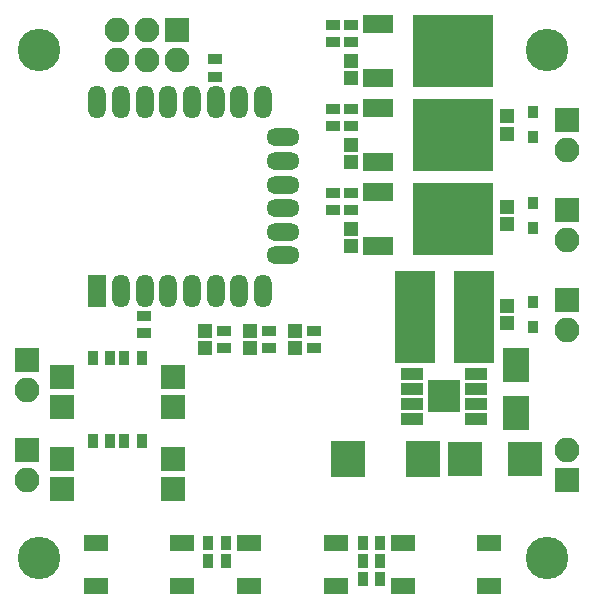
<source format=gts>
G04 #@! TF.GenerationSoftware,KiCad,Pcbnew,5.0.0-rc3-unknown-eaf938c~65~ubuntu16.04.1*
G04 #@! TF.CreationDate,2018-07-22T11:01:41+02:00*
G04 #@! TF.ProjectId,reservoir_controller,7265736572766F69725F636F6E74726F,rev?*
G04 #@! TF.SameCoordinates,Original*
G04 #@! TF.FileFunction,Soldermask,Top*
G04 #@! TF.FilePolarity,Negative*
%FSLAX46Y46*%
G04 Gerber Fmt 4.6, Leading zero omitted, Abs format (unit mm)*
G04 Created by KiCad (PCBNEW 5.0.0-rc3-unknown-eaf938c~65~ubuntu16.04.1) date Sun Jul 22 11:01:41 2018*
%MOMM*%
%LPD*%
G01*
G04 APERTURE LIST*
%ADD10O,2.100000X2.100000*%
%ADD11R,2.100000X2.100000*%
%ADD12C,3.600000*%
%ADD13R,3.400000X7.900000*%
%ADD14R,1.575000X1.575000*%
%ADD15R,1.950000X1.000000*%
%ADD16R,1.197560X1.197560*%
%ADD17R,2.100000X1.400000*%
%ADD18R,2.950000X2.900000*%
%ADD19R,2.950000X3.100000*%
%ADD20R,2.200000X2.900000*%
%ADD21R,1.300000X0.900000*%
%ADD22R,0.900000X1.300000*%
%ADD23R,0.850000X1.000000*%
%ADD24R,1.150000X1.200000*%
%ADD25O,2.800000X1.500000*%
%ADD26R,1.500000X2.800000*%
%ADD27O,1.500000X2.800000*%
%ADD28R,2.080000X2.110000*%
%ADD29R,2.600000X1.600000*%
%ADD30R,6.800000X6.200000*%
G04 APERTURE END LIST*
D10*
G04 #@! TO.C,J1*
X10096500Y-4318000D03*
X10096500Y-1778000D03*
X12636500Y-4318000D03*
X12636500Y-1778000D03*
X15176500Y-4318000D03*
D11*
X15176500Y-1778000D03*
G04 #@! TD*
D12*
G04 #@! TO.C,M3*
X46518000Y-3444000D03*
G04 #@! TD*
G04 #@! TO.C,M1*
X3518000Y-46444000D03*
G04 #@! TD*
G04 #@! TO.C,M2*
X46518000Y-46444000D03*
G04 #@! TD*
G04 #@! TO.C,M4*
X3518000Y-3444000D03*
G04 #@! TD*
D13*
G04 #@! TO.C,L1*
X40346000Y-26035000D03*
X35346000Y-26035000D03*
G04 #@! TD*
D14*
G04 #@! TO.C,U4*
X37258500Y-32178500D03*
X37258500Y-33353500D03*
X38433500Y-32178500D03*
X38433500Y-33353500D03*
D15*
X40546000Y-30861000D03*
X40546000Y-32131000D03*
X40546000Y-33401000D03*
X40546000Y-34671000D03*
X35146000Y-34671000D03*
X35146000Y-33401000D03*
X35146000Y-32131000D03*
X35146000Y-30861000D03*
G04 #@! TD*
D16*
G04 #@! TO.C,D3*
X25209500Y-27190700D03*
X25209500Y-28689300D03*
G04 #@! TD*
G04 #@! TO.C,D1*
X29972000Y-18554700D03*
X29972000Y-20053300D03*
G04 #@! TD*
G04 #@! TO.C,D4*
X29972000Y-11442700D03*
X29972000Y-12941300D03*
G04 #@! TD*
G04 #@! TO.C,D6*
X29972000Y-4330700D03*
X29972000Y-5829300D03*
G04 #@! TD*
G04 #@! TO.C,D8*
X17589500Y-27190700D03*
X17589500Y-28689300D03*
G04 #@! TD*
G04 #@! TO.C,D9*
X21399500Y-27190700D03*
X21399500Y-28689300D03*
G04 #@! TD*
D17*
G04 #@! TO.C,SW3*
X34350000Y-45140000D03*
X41650000Y-45140000D03*
X34350000Y-48840000D03*
X41650000Y-48840000D03*
G04 #@! TD*
G04 #@! TO.C,SW1*
X8350000Y-45140000D03*
X15650000Y-45140000D03*
X8350000Y-48840000D03*
X15650000Y-48840000D03*
G04 #@! TD*
G04 #@! TO.C,SW2*
X28650000Y-48840000D03*
X21350000Y-48840000D03*
X28650000Y-45140000D03*
X21350000Y-45140000D03*
G04 #@! TD*
D18*
G04 #@! TO.C,C4*
X39639000Y-38100000D03*
X44689000Y-38100000D03*
G04 #@! TD*
D19*
G04 #@! TO.C,C5*
X36068000Y-38100000D03*
X29718000Y-38100000D03*
G04 #@! TD*
D20*
G04 #@! TO.C,D10*
X43942000Y-34131000D03*
X43942000Y-30131000D03*
G04 #@! TD*
D21*
G04 #@! TO.C,R1*
X12446000Y-27420000D03*
X12446000Y-25920000D03*
G04 #@! TD*
G04 #@! TO.C,R2*
X18415000Y-5703000D03*
X18415000Y-4203000D03*
G04 #@! TD*
G04 #@! TO.C,R3*
X28448000Y-15506000D03*
X28448000Y-17006000D03*
G04 #@! TD*
G04 #@! TO.C,R4*
X29972000Y-17006000D03*
X29972000Y-15506000D03*
G04 #@! TD*
D22*
G04 #@! TO.C,R5*
X32436500Y-45148500D03*
X30936500Y-45148500D03*
G04 #@! TD*
G04 #@! TO.C,R6*
X30936500Y-48196500D03*
X32436500Y-48196500D03*
G04 #@! TD*
G04 #@! TO.C,R7*
X17855500Y-46672500D03*
X19355500Y-46672500D03*
G04 #@! TD*
G04 #@! TO.C,R8*
X19355500Y-45148500D03*
X17855500Y-45148500D03*
G04 #@! TD*
G04 #@! TO.C,R9*
X32436500Y-46672500D03*
X30936500Y-46672500D03*
G04 #@! TD*
D21*
G04 #@! TO.C,R10*
X26797000Y-27190000D03*
X26797000Y-28690000D03*
G04 #@! TD*
G04 #@! TO.C,R13*
X28448000Y-9894000D03*
X28448000Y-8394000D03*
G04 #@! TD*
G04 #@! TO.C,R14*
X29972000Y-8394000D03*
X29972000Y-9894000D03*
G04 #@! TD*
G04 #@! TO.C,R15*
X28448000Y-2782000D03*
X28448000Y-1282000D03*
G04 #@! TD*
G04 #@! TO.C,R16*
X29972000Y-1282000D03*
X29972000Y-2782000D03*
G04 #@! TD*
G04 #@! TO.C,R19*
X19177000Y-27190000D03*
X19177000Y-28690000D03*
G04 #@! TD*
G04 #@! TO.C,R20*
X22987000Y-28690000D03*
X22987000Y-27190000D03*
G04 #@! TD*
D23*
G04 #@! TO.C,D2*
X45339000Y-26894500D03*
X45339000Y-24794500D03*
G04 #@! TD*
G04 #@! TO.C,D5*
X45339000Y-16412500D03*
X45339000Y-18512500D03*
G04 #@! TD*
G04 #@! TO.C,D7*
X45339000Y-10829000D03*
X45339000Y-8729000D03*
G04 #@! TD*
D11*
G04 #@! TO.C,J2*
X48196500Y-24638000D03*
D10*
X48196500Y-27178000D03*
G04 #@! TD*
G04 #@! TO.C,J4*
X48196500Y-19558000D03*
D11*
X48196500Y-17018000D03*
G04 #@! TD*
G04 #@! TO.C,J5*
X48196500Y-9398000D03*
D10*
X48196500Y-11938000D03*
G04 #@! TD*
D11*
G04 #@! TO.C,J7*
X48196500Y-39878000D03*
D10*
X48196500Y-37338000D03*
G04 #@! TD*
D24*
G04 #@! TO.C,C1*
X43180000Y-26594500D03*
X43180000Y-25094500D03*
G04 #@! TD*
G04 #@! TO.C,C2*
X43180000Y-18212500D03*
X43180000Y-16712500D03*
G04 #@! TD*
G04 #@! TO.C,C3*
X43180000Y-9029000D03*
X43180000Y-10529000D03*
G04 #@! TD*
D25*
G04 #@! TO.C,U1*
X24226201Y-20829000D03*
X24226201Y-18829000D03*
X24226201Y-16829000D03*
X24226201Y-14829000D03*
X24226201Y-12829000D03*
X24226201Y-10829000D03*
D26*
X8476201Y-23819000D03*
D27*
X10476201Y-23819000D03*
X12476201Y-23819000D03*
X14476201Y-23819000D03*
X16476201Y-23819000D03*
X18476201Y-23819000D03*
X20476201Y-23819000D03*
X22476201Y-23819000D03*
X22476201Y-7819000D03*
X20476201Y-7819000D03*
X18476201Y-7819000D03*
X16476201Y-7819000D03*
X14476201Y-7819000D03*
X12476201Y-7819000D03*
X10476201Y-7819000D03*
X8476201Y-7819000D03*
G04 #@! TD*
D10*
G04 #@! TO.C,J3*
X2476500Y-39878000D03*
D11*
X2476500Y-37338000D03*
G04 #@! TD*
G04 #@! TO.C,J6*
X2476500Y-29718000D03*
D10*
X2476500Y-32258000D03*
G04 #@! TD*
D22*
G04 #@! TO.C,R11*
X9576500Y-36512500D03*
X8076500Y-36512500D03*
G04 #@! TD*
G04 #@! TO.C,R12*
X10743500Y-36512500D03*
X12243500Y-36512500D03*
G04 #@! TD*
G04 #@! TO.C,R17*
X8076500Y-29527500D03*
X9576500Y-29527500D03*
G04 #@! TD*
G04 #@! TO.C,R18*
X12243500Y-29527500D03*
X10743500Y-29527500D03*
G04 #@! TD*
D28*
G04 #@! TO.C,U2*
X5460000Y-38100000D03*
X5460000Y-40640000D03*
X14860000Y-40640000D03*
X14860000Y-38100000D03*
G04 #@! TD*
G04 #@! TO.C,U3*
X14860000Y-31115000D03*
X14860000Y-33655000D03*
X5460000Y-33655000D03*
X5460000Y-31115000D03*
G04 #@! TD*
D29*
G04 #@! TO.C,Q1*
X32249000Y-15500000D03*
X32249000Y-20060000D03*
D30*
X38549000Y-17780000D03*
G04 #@! TD*
G04 #@! TO.C,Q2*
X38549000Y-10668000D03*
D29*
X32249000Y-12948000D03*
X32249000Y-8388000D03*
G04 #@! TD*
D30*
G04 #@! TO.C,Q3*
X38549000Y-3556000D03*
D29*
X32249000Y-5836000D03*
X32249000Y-1276000D03*
G04 #@! TD*
M02*

</source>
